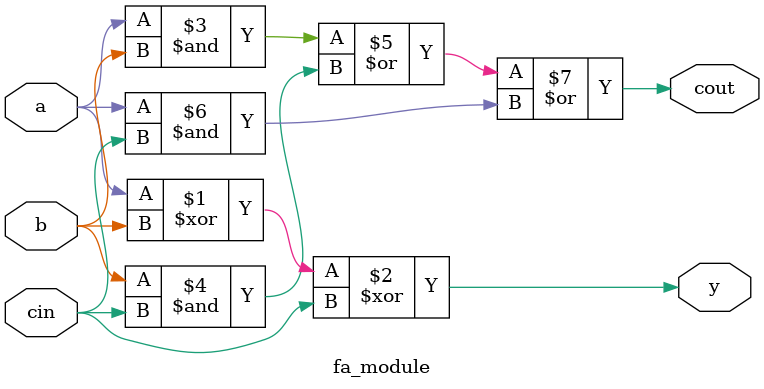
<source format=sv>

module fa_module
    (
        input logic a,
        input logic b,
        input logic cin,
        output logic y,
        output logic cout
    );

    assign y = a ^ b ^ cin;

    assign cout = (a & b) | (b & cin) | (a & cin);

endmodule: fa_module

</source>
